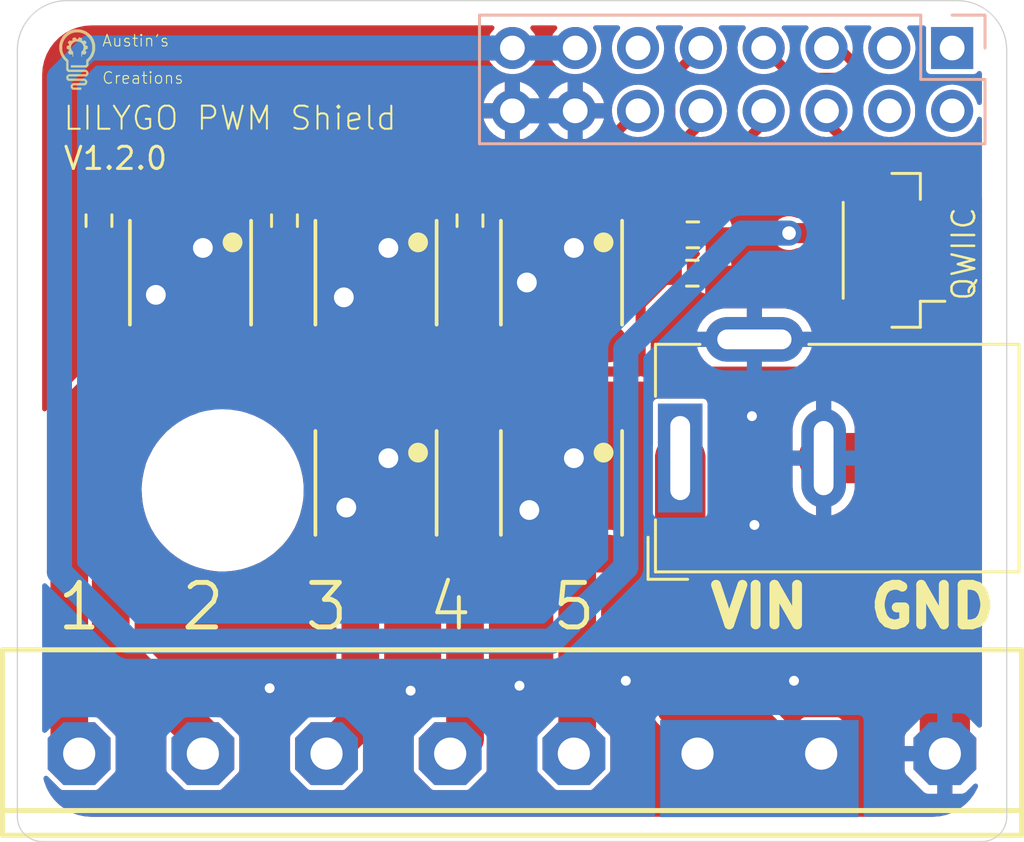
<source format=kicad_pcb>
(kicad_pcb (version 20211014) (generator pcbnew)
  (layers (0 "F.Cu" signal) (31 "B.Cu" signal) (34 "B.Paste" user) (35 "F.Paste" user) (36 "B.SilkS" user "B.Silkscreen") (37 "F.SilkS" user "F.Silkscreen") (38 "B.Mask" user) (39 "F.Mask" user) (44 "Edge.Cuts" user))
  (net 0 "")
  (net 1 "GND")
  (net 2 "SCL")
  (net 3 "SDA")
  (net 4 "VCC")
  (net 5 "1")
  (net 6 "2")
  (net 7 "3")
  (net 8 "4")
  (net 9 "5")
  (net 10 "VDD")
  (net 11 "fet1")
  (net 12 "fet2")
  (net 13 "fet3")
  (net 14 "fet4")
  (net 15 "fet5")
  (footprint "Austins creations:FET SM4838" (layer "F.Cu") (at 27.000001 31.000012 180)
    (fp_text reference "FET1" hide)
    (fp_text value "FET_SM4838" hide)
    (pad "D" smd rect locked (at 1.905 -2.86 180) (size 0.76 1.27) (layers "F.Cu" "F.Paste" "F.Mask") (net 5 "1"))
    (pad "D" smd rect locked (at -0.635 -2.86 180) (size 0.76 1.27) (layers "F.Cu" "F.Paste" "F.Mask") (net 5 "1"))
    (pad "D" smd rect locked (at 0.635 -2.86 180) (size 0.76 1.27) (layers "F.Cu" "F.Paste" "F.Mask") (net 5 "1"))
    (pad "D" smd rect locked (at -1.905 -2.86 180) (size 0.76 1.27) (layers "F.Cu" "F.Paste" "F.Mask") (net 5 "1"))
    (pad "G" smd rect locked (at 1.905 2.86 180) (size 0.76 1.27) (layers "F.Cu" "F.Paste" "F.Mask") (net 11 "fet1"))
    (pad "S" smd rect locked (at -1.905 2.86 180) (size 0.76 1.27) (layers "F.Cu" "F.Paste" "F.Mask") (net 1 "GND"))
    (pad "S" smd rect locked (at -0.635 2.86 180) (size 0.76 1.27) (layers "F.Cu" "F.Paste" "F.Mask") (net 1 "GND"))
    (pad "S" smd rect locked (at 0.635 2.86 180) (size 0.76 1.27) (layers "F.Cu" "F.Paste" "F.Mask") (net 1 "GND"))
  )
  (footprint "Austins creations:Barrel Jack" (layer "F.Cu") (at 52.398908 38.49639 90)
    (fp_text reference "BJ1" hide)
    (fp_text value "Barrel_Jack" hide)
    (pad "1" thru_hole rect locked (at 0 -5.6 90) (size 4.4 1.8) (drill oval 3.4 0.8) (layers *.Cu *.Mask) (net 10 "VDD"))
    (pad "2" thru_hole oval locked (at 0 0.2 90) (size 4 1.8) (drill oval 3 0.8) (layers *.Cu *.Mask) (net 1 "GND"))
    (pad "3" thru_hole oval locked (at 4.8 -2.6 180) (size 4 1.8) (drill oval 3 0.8) (layers *.Cu *.Mask) (net 1 "GND"))
  )
  (footprint "Resistor_SMD:R_0603_1608Metric" (layer "F.Cu") (at 47.31 29.47)
    (fp_text reference "R3" hide)
    (fp_text value "10k" hide)
    (pad "1" smd roundrect locked (at -0.825 0) (size 0.8 0.95) (layers "F.Cu" "F.Paste" "F.Mask") (net 13 "fet3"))
    (pad "2" smd roundrect locked (at 0.825 0) (size 0.8 0.95) (layers "F.Cu" "F.Paste" "F.Mask") (net 1 "GND"))
  )
  (footprint "Resistor_SMD:R_0603_1608Metric" (layer "F.Cu") (at 23.2989 28.8964 -90)
    (fp_text reference "R1" hide)
    (fp_text value "10k" hide)
    (pad "1" smd roundrect locked (at -0.825 0 270) (size 0.8 0.95) (layers "F.Cu" "F.Paste" "F.Mask") (net 11 "fet1"))
    (pad "2" smd roundrect locked (at 0.825 0 270) (size 0.8 0.95) (layers "F.Cu" "F.Paste" "F.Mask") (net 1 "GND"))
  )
  (footprint "Austins creations:FET SM4838" (layer "F.Cu") (at 41.999996 39.499995 180)
    (fp_text reference "FET5" hide)
    (fp_text value "FET_SM4838" hide)
    (pad "D" smd rect locked (at 0.635 -2.86 180) (size 0.76 1.27) (layers "F.Cu" "F.Paste" "F.Mask") (net 9 "5"))
    (pad "D" smd rect locked (at 1.905 -2.86 180) (size 0.76 1.27) (layers "F.Cu" "F.Paste" "F.Mask") (net 9 "5"))
    (pad "D" smd rect locked (at -1.905 -2.86 180) (size 0.76 1.27) (layers "F.Cu" "F.Paste" "F.Mask") (net 9 "5"))
    (pad "D" smd rect locked (at -0.635 -2.86 180) (size 0.76 1.27) (layers "F.Cu" "F.Paste" "F.Mask") (net 9 "5"))
    (pad "G" smd rect locked (at 1.905 2.86 180) (size 0.76 1.27) (layers "F.Cu" "F.Paste" "F.Mask") (net 15 "fet5"))
    (pad "S" smd rect locked (at -1.905 2.86 180) (size 0.76 1.27) (layers "F.Cu" "F.Paste" "F.Mask") (net 1 "GND"))
    (pad "S" smd rect locked (at -0.635 2.86 180) (size 0.76 1.27) (layers "F.Cu" "F.Paste" "F.Mask") (net 1 "GND"))
    (pad "S" smd rect locked (at 0.635 2.86 180) (size 0.76 1.27) (layers "F.Cu" "F.Paste" "F.Mask") (net 1 "GND"))
  )
  (footprint "Resistor_SMD:R_0603_1608Metric" (layer "F.Cu") (at 38.2989 28.8964 -90)
    (fp_text reference "R4" hide)
    (fp_text value "10k" hide)
    (pad "1" smd roundrect locked (at -0.825 0 270) (size 0.8 0.95) (layers "F.Cu" "F.Paste" "F.Mask") (net 14 "fet4"))
    (pad "2" smd roundrect locked (at 0.825 0 270) (size 0.8 0.95) (layers "F.Cu" "F.Paste" "F.Mask") (net 1 "GND"))
  )
  (footprint "Austins creations:qwiic vertical" (layer "F.Cu") (at 55.098903 30.096407 90)
    (fp_text reference "Qw1" hide)
    (fp_text value "qwiic_vertical" hide)
    (pad "1" smd roundrect locked (at -1.5 1.625 90) (size 0.6 1.55) (layers "F.Cu" "F.Paste" "F.Mask") (net 1 "GND"))
    (pad "2" smd roundrect locked (at -0.5 1.625 90) (size 0.6 1.55) (layers "F.Cu" "F.Paste" "F.Mask") (net 4 "VCC"))
    (pad "3" smd roundrect locked (at 0.5 1.625 90) (size 0.6 1.55) (layers "F.Cu" "F.Paste" "F.Mask") (net 3 "SDA"))
    (pad "4" smd roundrect locked (at 1.5 1.625 90) (size 0.6 1.55) (layers "F.Cu" "F.Paste" "F.Mask") (net 2 "SCL"))
    (pad "MP" smd roundrect locked (at 2.8 -0.9 90) (size 1.2 1.8) (layers "F.Cu" "F.Paste" "F.Mask") (roundrect_rratio 0.208333) (net 1 "GND"))
    (pad "MP" smd roundrect locked (at -2.8 -0.9 90) (size 1.2 1.8) (layers "F.Cu" "F.Paste" "F.Mask") (roundrect_rratio 0.208333) (net 1 "GND"))
  )
  (footprint "Austins creations:8pinblock" (layer "F.Cu") (at 39.998908 50.246405)
    (fp_text reference "ST1" hide)
    (fp_text value "8pinblock" hide)
    (pad "1" thru_hole roundrect locked (at -17.5 0.2) (size 2.54 2.54) (drill 1.3) (layers *.Cu *.Mask) (chamfer_ratio 0.25) (chamfer top_left top_right bottom_left bottom_right) (net 5 "1"))
    (pad "2" thru_hole roundrect locked (at -12.5 0.2) (size 2.54 2.54) (drill 1.3) (layers *.Cu *.Mask) (chamfer_ratio 0.25) (chamfer top_left top_right bottom_left bottom_right) (net 6 "2"))
    (pad "3" thru_hole roundrect locked (at -7.5 0.2) (size 2.54 2.54) (drill 1.3) (layers *.Cu *.Mask) (chamfer_ratio 0.25) (chamfer top_left top_right bottom_left bottom_right) (net 7 "3"))
    (pad "4" thru_hole roundrect locked (at -2.5 0.2) (size 2.54 2.54) (drill 1.3) (layers *.Cu *.Mask) (chamfer_ratio 0.25) (chamfer top_left top_right bottom_left bottom_right) (net 8 "4"))
    (pad "5" thru_hole roundrect locked (at 2.5 0.2) (size 2.54 2.54) (drill 1.3) (layers *.Cu *.Mask) (chamfer_ratio 0.25) (chamfer top_left top_right bottom_left bottom_right) (net 9 "5"))
    (pad "6" thru_hole roundrect locked (at 7.5 0.2) (size 2.54 2.54) (drill 1.3) (layers *.Cu *.Mask) (chamfer_ratio 0.25) (chamfer top_left top_right bottom_left bottom_right) (net 10 "VDD"))
    (pad "7" thru_hole roundrect locked (at 12.5 0.2) (size 2.54 2.54) (drill 1.3) (layers *.Cu *.Mask) (chamfer_ratio 0.25) (chamfer top_left top_right bottom_left bottom_right) (net 10 "VDD"))
    (pad "8" thru_hole roundrect locked (at 17.5 0.2) (size 2.54 2.54) (drill 1.3) (layers *.Cu *.Mask) (chamfer_ratio 0.25) (chamfer top_left top_right bottom_left bottom_right) (net 1 "GND"))
  )
  (footprint "MountingHole:MountingHole_3.2mm_M3" (layer "F.Cu") (at 28.299994 39.799997)
    (fp_text reference "H1" hide)
    (fp_text value "MountingHole" hide)
    (pad "" np_thru_hole circle locked (at 0 0) (size 3.2 3.2) (drill 3.2) (layers *.Cu *.Mask))
  )
  (footprint "Austins creations:FET SM4838" (layer "F.Cu") (at 34.500011 31.000012 180)
    (fp_text reference "FET2" hide)
    (fp_text value "FET_SM4838" hide)
    (pad "D" smd rect locked (at 0.635 -2.86 180) (size 0.76 1.27) (layers "F.Cu" "F.Paste" "F.Mask") (net 6 "2"))
    (pad "D" smd rect locked (at -1.905 -2.86 180) (size 0.76 1.27) (layers "F.Cu" "F.Paste" "F.Mask") (net 6 "2"))
    (pad "D" smd rect locked (at 1.905 -2.86 180) (size 0.76 1.27) (layers "F.Cu" "F.Paste" "F.Mask") (net 6 "2"))
    (pad "D" smd rect locked (at -0.635 -2.86 180) (size 0.76 1.27) (layers "F.Cu" "F.Paste" "F.Mask") (net 6 "2"))
    (pad "G" smd rect locked (at 1.905 2.86 180) (size 0.76 1.27) (layers "F.Cu" "F.Paste" "F.Mask") (net 12 "fet2"))
    (pad "S" smd rect locked (at 0.635 2.86 180) (size 0.76 1.27) (layers "F.Cu" "F.Paste" "F.Mask") (net 1 "GND"))
    (pad "S" smd rect locked (at -1.905 2.86 180) (size 0.76 1.27) (layers "F.Cu" "F.Paste" "F.Mask") (net 1 "GND"))
    (pad "S" smd rect locked (at -0.635 2.86 180) (size 0.76 1.27) (layers "F.Cu" "F.Paste" "F.Mask") (net 1 "GND"))
  )
  (footprint "Austins creations:FET SM4838" (layer "F.Cu") (at 41.999996 31.000012 180)
    (fp_text reference "FET4" hide)
    (fp_text value "FET_SM4838" hide)
    (pad "D" smd rect locked (at 0.635 -2.86 180) (size 0.76 1.27) (layers "F.Cu" "F.Paste" "F.Mask") (net 8 "4"))
    (pad "D" smd rect locked (at -0.635 -2.86 180) (size 0.76 1.27) (layers "F.Cu" "F.Paste" "F.Mask") (net 8 "4"))
    (pad "D" smd rect locked (at 1.905 -2.86 180) (size 0.76 1.27) (layers "F.Cu" "F.Paste" "F.Mask") (net 8 "4"))
    (pad "D" smd rect locked (at -1.905 -2.86 180) (size 0.76 1.27) (layers "F.Cu" "F.Paste" "F.Mask") (net 8 "4"))
    (pad "G" smd rect locked (at 1.905 2.86 180) (size 0.76 1.27) (layers "F.Cu" "F.Paste" "F.Mask") (net 14 "fet4"))
    (pad "S" smd rect locked (at -1.905 2.86 180) (size 0.76 1.27) (layers "F.Cu" "F.Paste" "F.Mask") (net 1 "GND"))
    (pad "S" smd rect locked (at -0.635 2.86 180) (size 0.76 1.27) (layers "F.Cu" "F.Paste" "F.Mask") (net 1 "GND"))
    (pad "S" smd rect locked (at 0.635 2.86 180) (size 0.76 1.27) (layers "F.Cu" "F.Paste" "F.Mask") (net 1 "GND"))
  )
  (footprint "Resistor_SMD:R_0603_1608Metric" (layer "F.Cu") (at 47.29 31.02)
    (fp_text reference "R5" hide)
    (fp_text value "10k" hide)
    (pad "1" smd roundrect locked (at -0.825 0) (size 0.8 0.95) (layers "F.Cu" "F.Paste" "F.Mask") (net 15 "fet5"))
    (pad "2" smd roundrect locked (at 0.825 0) (size 0.8 0.95) (layers "F.Cu" "F.Paste" "F.Mask") (net 1 "GND"))
  )
  (footprint "PWM sheild lilyGO:LOGO" (layer "F.Cu") (at 21.7 23.6)
    (fp_text reference "U$2" hide)
    (fp_text value "LOGO" hide)
    (fp_text user "Austin's\n\nCreations" (at 1.7 -0.2) (layer "F.SilkS") (effects (font (size 0.46736 0.46736) (thickness 0.04064)) (justify left bottom)))
  )
  (footprint "Austins creations:FET SM4838" (layer "F.Cu") (at 34.500011 39.499995 180)
    (fp_text reference "FET3" hide)
    (fp_text value "FET_SM4838" hide)
    (pad "D" smd rect locked (at 1.905 -2.86 180) (size 0.76 1.27) (layers "F.Cu" "F.Paste" "F.Mask") (net 7 "3"))
    (pad "D" smd rect locked (at 0.635 -2.86 180) (size 0.76 1.27) (layers "F.Cu" "F.Paste" "F.Mask") (net 7 "3"))
    (pad "D" smd rect locked (at -1.905 -2.86 180) (size 0.76 1.27) (layers "F.Cu" "F.Paste" "F.Mask") (net 7 "3"))
    (pad "D" smd rect locked (at -0.635 -2.86 180) (size 0.76 1.27) (layers "F.Cu" "F.Paste" "F.Mask") (net 7 "3"))
    (pad "G" smd rect locked (at 1.905 2.86 180) (size 0.76 1.27) (layers "F.Cu" "F.Paste" "F.Mask") (net 13 "fet3"))
    (pad "S" smd rect locked (at -0.635 2.86 180) (size 0.76 1.27) (layers "F.Cu" "F.Paste" "F.Mask") (net 1 "GND"))
    (pad "S" smd rect locked (at 0.635 2.86 180) (size 0.76 1.27) (layers "F.Cu" "F.Paste" "F.Mask") (net 1 "GND"))
    (pad "S" smd rect locked (at -1.905 2.86 180) (size 0.76 1.27) (layers "F.Cu" "F.Paste" "F.Mask") (net 1 "GND"))
  )
  (footprint "Resistor_SMD:R_0603_1608Metric" (layer "F.Cu") (at 30.7989 28.8964 -90)
    (fp_text reference "R2" hide)
    (fp_text value "10k" hide)
    (pad "1" smd roundrect locked (at -0.825 0 270) (size 0.8 0.95) (layers "F.Cu" "F.Paste" "F.Mask") (net 12 "fet2"))
    (pad "2" smd roundrect locked (at 0.825 0 270) (size 0.8 0.95) (layers "F.Cu" "F.Paste" "F.Mask") (net 1 "GND"))
  )
  (footprint "Connector_PinSocket_2.54mm:PinSocket_2x08_P2.54mm_Vertical" (layer "B.Cu") (at 57.7939 21.9164 90)
    (fp_text reference "J1" hide)
    (fp_text value "Conn_02x08_Odd_Even" hide)
    (pad "1" thru_hole rect locked (at 0 0 90) (size 1.7 1.7) (drill 1) (layers *.Cu *.Mask))
    (pad "2" thru_hole oval locked (at -2.54 0 90) (size 1.7 1.7) (drill 1) (layers *.Cu *.Mask))
    (pad "3" thru_hole oval locked (at 0 -2.54 90) (size 1.7 1.7) (drill 1) (layers *.Cu *.Mask))
    (pad "4" thru_hole oval locked (at -2.54 -2.54 90) (size 1.7 1.7) (drill 1) (layers *.Cu *.Mask))
    (pad "5" thru_hole oval locked (at 0 -5.08 90) (size 1.7 1.7) (drill 1) (layers *.Cu *.Mask) (net 15 "fet5"))
    (pad "6" thru_hole oval locked (at -2.54 -5.08 90) (size 1.7 1.7) (drill 1) (layers *.Cu *.Mask) (net 2 "SCL"))
    (pad "7" thru_hole oval locked (at 0 -7.62 90) (size 1.7 1.7) (drill 1) (layers *.Cu *.Mask) (net 3 "SDA"))
    (pad "8" thru_hole oval locked (at -2.54 -7.62 90) (size 1.7 1.7) (drill 1) (layers *.Cu *.Mask) (net 13 "fet3"))
    (pad "9" thru_hole oval locked (at 0 -10.16 90) (size 1.7 1.7) (drill 1) (layers *.Cu *.Mask) (net 12 "fet2"))
    (pad "10" thru_hole oval locked (at -2.54 -10.16 90) (size 1.7 1.7) (drill 1) (layers *.Cu *.Mask) (net 14 "fet4"))
    (pad "11" thru_hole oval locked (at 0 -12.7 90) (size 1.7 1.7) (drill 1) (layers *.Cu *.Mask))
    (pad "12" thru_hole oval locked (at -2.54 -12.7 90) (size 1.7 1.7) (drill 1) (layers *.Cu *.Mask) (net 11 "fet1"))
    (pad "13" thru_hole oval locked (at 0 -15.24 90) (size 1.7 1.7) (drill 1) (layers *.Cu *.Mask) (net 4 "VCC"))
    (pad "14" thru_hole oval locked (at -2.54 -15.24 90) (size 1.7 1.7) (drill 1) (layers *.Cu *.Mask) (net 1 "GND"))
    (pad "15" thru_hole oval locked (at 0 -17.78 90) (size 1.7 1.7) (drill 1) (layers *.Cu *.Mask) (net 4 "VCC"))
    (pad "16" thru_hole oval locked (at -2.54 -17.78 90) (size 1.7 1.7) (drill 1) (layers *.Cu *.Mask) (net 1 "GND"))
  )
  (gr_line (start 20 22) (end 20 53) (layer "Edge.Cuts") (width 0.05))
  (gr_line (start 58 20) (end 22 20) (layer "Edge.Cuts") (width 0.05))
  (gr_arc (start 21 54) (mid 20.292893 53.707107) (end 20 53) (layer "Edge.Cuts") (width 0.05))
  (gr_line (start 60 53) (end 60 22) (layer "Edge.Cuts") (width 0.05))
  (gr_arc (start 60 53) (mid 59.707107 53.707107) (end 59 54) (layer "Edge.Cuts") (width 0.05))
  (gr_arc (start 20 22) (mid 20.585786 20.585786) (end 22 20) (layer "Edge.Cuts") (width 0.05))
  (gr_arc (start 58 20) (mid 59.414214 20.585786) (end 60 22) (layer "Edge.Cuts") (width 0.05))
  (gr_line (start 21 54) (end 59 54) (layer "Edge.Cuts") (width 0.05))
  (gr_text "4" (at 37.5 44.5) (layer "F.SilkS") (effects (font (size 1.84 1.84) (thickness 0.16))))
  (gr_text "LILYGO PWM Shield" (at 21.8 25.3) (layer "F.SilkS") (effects (font (size 0.93472 0.93472) (thickness 0.08128)) (justify left bottom)))
  (gr_text "VIN" (at 50 44.5) (layer "F.SilkS") (effects (font (size 1.6 1.6) (thickness 0.4))))
  (gr_text "V1.2.0" (at 21.800011 26.899995) (layer "F.SilkS") (effects (font (size 0.89408 0.89408) (thickness 0.12192)) (justify left bottom)))
  (gr_text "3" (at 32.5 44.5) (layer "F.SilkS") (effects (font (size 1.8 1.8) (thickness 0.2))))
  (gr_text "2" (at 27.5 44.5) (layer "F.SilkS") (effects (font (size 1.8 1.8) (thickness 0.2))))
  (gr_text "GND" (at 57 44.5) (layer "F.SilkS") (effects (font (size 1.6 1.6) (thickness 0.4))))
  (gr_text "QWIIC" (at 58.8 32.2 90) (layer "F.SilkS") (effects (font (size 0.9144 0.9144) (thickness 0.1016)) (justify left bottom)))
  (gr_text "5" (at 42.5 44.5) (layer "F.SilkS") (effects (font (size 1.8 1.8) (thickness 0.2))))
  (gr_text "1" (at 22.5 44.5) (layer "F.SilkS") (effects (font (size 1.8 1.8) (thickness 0.2))))
  (segment (start 57.498908 41.098908) (end 57.498908 50.446405) (width 2.032) (layer "F.Cu") (net 1))
  (segment (start 54.89639 38.49639) (end 57.498908 41.098908) (width 2.032) (layer "F.Cu") (net 1))
  (segment (start 52.598908 38.49639) (end 54.89639 38.49639) (width 2.032) (layer "F.Cu") (net 1))
  (via (at 35 30) (size 1.2064) (drill 0.8) (layers "F.Cu" "B.Cu") (net 1))
  (via (at 49.8 41.2) (size 0.8) (drill 0.4) (layers "F.Cu" "B.Cu") (net 1))
  (via (at 44.6 47.5) (size 0.8) (drill 0.4) (layers "F.Cu" "B.Cu") (net 1))
  (via (at 40.3 47.7) (size 0.8) (drill 0.4) (layers "F.Cu" "B.Cu") (net 1))
  (via (at 30.2 47.8) (size 0.8) (drill 0.4) (layers "F.Cu" "B.Cu") (net 1))
  (via (at 49.7 36.8) (size 0.8) (drill 0.4) (layers "F.Cu" "B.Cu") (net 1))
  (via (at 40.6989 40.5964) (size 1.2064) (drill 0.8) (layers "F.Cu" "B.Cu") (net 1))
  (via (at 42.5 38.5) (size 1.2064) (drill 0.8) (layers "F.Cu" "B.Cu") (net 1))
  (via (at 35 38.5) (size 1.2064) (drill 0.8) (layers "F.Cu" "B.Cu") (net 1))
  (via (at 27.5 30) (size 1.2064) (drill 0.8) (layers "F.Cu" "B.Cu") (net 1))
  (via (at 33.2989 40.4964) (size 1.2064) (drill 0.8) (layers "F.Cu" "B.Cu") (net 1))
  (via (at 40.5989 31.3964) (size 1.2064) (drill 0.8) (layers "F.Cu" "B.Cu") (net 1))
  (via (at 25.5989 31.8964) (size 1.2064) (drill 0.8) (layers "F.Cu" "B.Cu") (net 1))
  (via (at 42.5 30) (size 1.2064) (drill 0.8) (layers "F.Cu" "B.Cu") (net 1))
  (via (at 51.4 47.5) (size 0.8) (drill 0.4) (layers "F.Cu" "B.Cu") (net 1))
  (via (at 35.9 47.9) (size 0.8) (drill 0.4) (layers "F.Cu" "B.Cu") (net 1))
  (via (at 33.1989 31.9964) (size 1.2064) (drill 0.8) (layers "F.Cu" "B.Cu") (net 1))
  (segment (start 40.0139 24.4564) (end 42.5539 24.4564) (width 1.016) (layer "B.Cu") (net 1))
  (segment (start 54.1 26.3) (end 52.7139 24.9139) (width 0.4064) (layer "F.Cu") (net 2))
  (segment (start 52.7139 24.9139) (end 52.7139 24.4564) (width 0.4064) (layer "F.Cu") (net 2))
  (segment (start 56.723903 27.523903) (end 55.5 26.3) (width 0.4064) (layer "F.Cu") (net 2))
  (segment (start 55.5 26.3) (end 54.1 26.3) (width 0.4064) (layer "F.Cu") (net 2))
  (segment (start 56.723903 28.596407) (end 56.723903 27.523903) (width 0.4064) (layer "F.Cu") (net 2))
  (segment (start 54.44168 25.74168) (end 55.74168 25.74168) (width 0.4064) (layer "F.Cu") (net 3))
  (segment (start 57.9 27.9) (end 57.9 29.103593) (width 0.4064) (layer "F.Cu") (net 3))
  (segment (start 55.74168 25.74168) (end 57.9 27.9) (width 0.4064) (layer "F.Cu") (net 3))
  (segment (start 51.379011 23.121511) (end 53.221511 23.121511) (width 0.4064) (layer "F.Cu") (net 3))
  (segment (start 57.9 29.103593) (end 57.407186 29.596407) (width 0.4064) (layer "F.Cu") (net 3))
  (segment (start 57.407186 29.596407) (end 56.723903 29.596407) (width 0.4064) (layer "F.Cu") (net 3))
  (segment (start 53.221511 23.121511) (end 54 23.9) (width 0.4064) (layer "F.Cu") (net 3))
  (segment (start 54 23.9) (end 54 25.3) (width 0.4064) (layer "F.Cu") (net 3))
  (segment (start 54 25.3) (end 54.44168 25.74168) (width 0.4064) (layer "F.Cu") (net 3))
  (segment (start 50.1739 21.9164) (end 51.379011 23.121511) (width 0.4064) (layer "F.Cu") (net 3))
  (segment (start 53.75 30.6) (end 56.7 30.6) (width 0.8128) (layer "F.Cu") (net 4))
  (segment (start 51.2 29.4) (end 52.55 29.4) (width 0.8128) (layer "F.Cu") (net 4))
  (segment (start 52.55 29.4) (end 53.75 30.6) (width 0.8128) (layer "F.Cu") (net 4))
  (via (at 51.2 29.4) (size 0.9564) (drill 0.55) (layers "F.Cu" "B.Cu") (net 4))
  (segment (start 21.7 23.1) (end 22.8836 21.9164) (width 1.016) (layer "B.Cu") (net 4))
  (segment (start 40.0139 21.9164) (end 42.5539 21.9164) (width 1.016) (layer "B.Cu") (net 4))
  (segment (start 24.5 45.9) (end 21.7 43.1) (width 1.016) (layer "B.Cu") (net 4))
  (segment (start 21.7 43.1) (end 21.7 23.1) (width 1.016) (layer "B.Cu") (net 4))
  (segment (start 51.2 29.4) (end 49.3 29.4) (width 1.016) (layer "B.Cu") (net 4))
  (segment (start 41.6 45.9) (end 24.5 45.9) (width 1.016) (layer "B.Cu") (net 4))
  (segment (start 49.3 29.4) (end 44.6 34.1) (width 1.016) (layer "B.Cu") (net 4))
  (segment (start 44.6 42.9) (end 41.6 45.9) (width 1.016) (layer "B.Cu") (net 4))
  (segment (start 22.8836 21.9164) (end 40.0139 21.9164) (width 1.016) (layer "B.Cu") (net 4))
  (segment (start 44.6 34.1) (end 44.6 42.9) (width 1.016) (layer "B.Cu") (net 4))
  (segment (start 26.365001 33.860012) (end 25.095001 33.860012) (width 1.524) (layer "F.Cu") (net 5))
  (segment (start 25.095001 33.860012) (end 25.095001 33.900299) (width 1.524) (layer "F.Cu") (net 5))
  (segment (start 22.0989 50.046397) (end 22.498908 50.446405) (width 1.524) (layer "F.Cu") (net 5))
  (segment (start 22.0989 36.8964) (end 22.0989 50.046397) (width 1.524) (layer "F.Cu") (net 5))
  (segment (start 28.905001 33.860012) (end 27.635001 33.860012) (width 1.524) (layer "F.Cu") (net 5))
  (segment (start 25.095001 33.900299) (end 22.0989 36.8964) (width 1.524) (layer "F.Cu") (net 5))
  (segment (start 27.635001 33.860012) (end 26.365001 33.860012) (width 1.524) (layer "F.Cu") (net 5))
  (segment (start 36.405011 33.860012) (end 35.135011 33.860012) (width 1.524) (layer "F.Cu") (net 6))
  (segment (start 27.498908 49.796408) (end 27.498908 50.446405) (width 1.524) (layer "F.Cu") (net 6))
  (segment (start 30.919091 35.535932) (end 25.829476 35.535932) (width 1.524) (layer "F.Cu") (net 6))
  (segment (start 32.595011 33.860012) (end 30.919091 35.535932) (width 1.524) (layer "F.Cu") (net 6))
  (segment (start 25.829476 35.535932) (end 23.77482 37.590588) (width 1.524) (layer "F.Cu") (net 6))
  (segment (start 35.135011 33.860012) (end 33.865011 33.860012) (width 1.524) (layer "F.Cu") (net 6))
  (segment (start 23.77482 46.07232) (end 27.498908 49.796408) (width 1.524) (layer "F.Cu") (net 6))
  (segment (start 33.865011 33.860012) (end 32.595011 33.860012) (width 1.524) (layer "F.Cu") (net 6))
  (segment (start 23.77482 37.590588) (end 23.77482 46.07232) (width 1.524) (layer "F.Cu") (net 6))
  (segment (start 32.595011 42.359995) (end 33.865011 42.359995) (width 1.524) (layer "F.Cu") (net 7))
  (segment (start 35.135011 42.359995) (end 36.405011 42.359995) (width 1.524) (layer "F.Cu") (net 7))
  (segment (start 33.865011 42.359995) (end 33.865011 49.080302) (width 1.524) (layer "F.Cu") (net 7))
  (segment (start 33.865011 42.359995) (end 35.135011 42.359995) (width 1.524) (layer "F.Cu") (net 7))
  (segment (start 33.865011 49.080302) (end 32.498908 50.446405) (width 1.524) (layer "F.Cu") (net 7))
  (segment (start 38.0989 49.846413) (end 37.498908 50.446405) (width 1.524) (layer "F.Cu") (net 8))
  (segment (start 38.0989 35.7964) (end 38.0989 49.846413) (width 1.524) (layer "F.Cu") (net 8))
  (segment (start 41.364996 33.860012) (end 42.634996 33.860012) (width 1.524) (layer "F.Cu") (net 8))
  (segment (start 40.094996 33.860012) (end 41.364996 33.860012) (width 1.524) (layer "F.Cu") (net 8))
  (segment (start 40.094996 33.860012) (end 40.035288 33.860012) (width 1.524) (layer "F.Cu") (net 8))
  (segment (start 42.634996 33.860012) (end 43.904996 33.860012) (width 1.524) (layer "F.Cu") (net 8))
  (segment (start 40.035288 33.860012) (end 38.0989 35.7964) (width 1.524) (layer "F.Cu") (net 8))
  (segment (start 42.634996 42.359995) (end 43.904996 42.359995) (width 1.524) (layer "F.Cu") (net 9))
  (segment (start 40.094996 42.359995) (end 41.364996 42.359995) (width 1.524) (layer "F.Cu") (net 9))
  (segment (start 42.634996 50.310317) (end 42.498908 50.446405) (width 1.524) (layer "F.Cu") (net 9))
  (segment (start 42.634996 42.359995) (end 42.634996 50.310317) (width 1.524) (layer "F.Cu") (net 9))
  (segment (start 42.635 50.415) (end 42.55 50.5) (width 1.524) (layer "F.Cu") (net 9))
  (segment (start 41.364996 42.359995) (end 42.634996 42.359995) (width 1.524) (layer "F.Cu") (net 9))
  (segment (start 50.646405 50.446405) (end 52.498908 50.446405) (width 2.032) (layer "F.Cu") (net 10))
  (segment (start 46.8 38.497482) (end 46.798908 38.49639) (width 2.032) (layer "F.Cu") (net 10))
  (segment (start 46.8 48.401092) (end 46.8 38.497482) (width 2.032) (layer "F.Cu") (net 10))
  (segment (start 47.498908 50.446405) (end 52.498908 50.446405) (width 2.032) (layer "F.Cu") (net 10))
  (segment (start 46.798908 38.49639) (end 46.798908 46.598908) (width 2.032) (layer "F.Cu") (net 10))
  (segment (start 47.498908 49.1) (end 47.498908 50.446405) (width 2.032) (layer "F.Cu") (net 10))
  (segment (start 47.498908 49.1) (end 46.8 48.401092) (width 2.032) (layer "F.Cu") (net 10))
  (segment (start 46.798908 46.598908) (end 50.646405 50.446405) (width 2.032) (layer "F.Cu") (net 10))
  (segment (start 43.7539 25.7964) (end 45.0939 24.4564) (width 0.4064) (layer "F.Cu") (net 11))
  (segment (start 25.095001 26.900299) (end 26.1989 25.7964) (width 0.4064) (layer "F.Cu") (net 11))
  (segment (start 25.095001 28.140012) (end 25.095001 26.900299) (width 0.4064) (layer "F.Cu") (net 11))
  (segment (start 25.026389 28.0714) (end 25.095001 28.140012) (width 0.4064) (layer "F.Cu") (net 11))
  (segment (start 26.1989 25.7964) (end 43.7539 25.7964) (width 0.4064) (layer "F.Cu") (net 11))
  (segment (start 23.2989 28.0714) (end 25.026389 28.0714) (width 0.4064) (layer "F.Cu") (net 11))
  (segment (start 45.05722 26.43808) (end 46.3989 25.0964) (width 0.4064) (layer "F.Cu") (net 12))
  (segment (start 32.595011 27.404989) (end 33.56192 26.43808) (width 0.4064) (layer "F.Cu") (net 12))
  (segment (start 32.526399 28.0714) (end 32.595011 28.140012) (width 0.4064) (layer "F.Cu") (net 12))
  (segment (start 32.595011 28.140012) (end 32.595011 27.404989) (width 0.4064) (layer "F.Cu") (net 12))
  (segment (start 30.7989 28.0714) (end 32.526399 28.0714) (width 0.4064) (layer "F.Cu") (net 12))
  (segment (start 46.3989 25.0964) (end 46.3989 23.1514) (width 0.4064) (layer "F.Cu") (net 12))
  (segment (start 33.56192 26.43808) (end 45.05722 26.43808) (width 0.4064) (layer "F.Cu") (net 12))
  (segment (start 46.3989 23.1514) (end 47.6339 21.9164) (width 0.4064) (layer "F.Cu") (net 12))
  (segment (start 32.595011 35.900289) (end 33.3989 35.0964) (width 0.4064) (layer "F.Cu") (net 13))
  (segment (start 32.595011 36.639995) (end 32.595011 35.900289) (width 0.4064) (layer "F.Cu") (net 13))
  (segment (start 46.4739 28.6461) (end 50.1739 24.9461) (width 0.4064) (layer "F.Cu") (net 13))
  (segment (start 33.3989 35.0964) (end 37.0989 35.0964) (width 0.4064) (layer "F.Cu") (net 13))
  (segment (start 43.4586 32.4964) (end 46.4739 29.4811) (width 0.4064) (layer "F.Cu") (net 13))
  (segment (start 39.6989 32.4964) (end 43.4586 32.4964) (width 0.4064) (layer "F.Cu") (net 13))
  (segment (start 46.4739 29.4811) (end 46.4739 28.6461) (width 0.4064) (layer "F.Cu") (net 13))
  (segment (start 37.0989 35.0964) (end 39.6989 32.4964) (width 0.4064) (layer "F.Cu") (net 13))
  (segment (start 50.1739 24.9461) (end 50.1739 24.4564) (width 0.4064) (layer "F.Cu") (net 13))
  (segment (start 40.5989 26.9964) (end 45.5989 26.9964) (width 0.4064) (layer "F.Cu") (net 14))
  (segment (start 40.094996 28.140012) (end 40.094996 27.500304) (width 0.4064) (layer "F.Cu") (net 14))
  (segment (start 45.5989 26.9964) (end 47.6339 24.9614) (width 0.4064) (layer "F.Cu") (net 14))
  (segment (start 40.094996 27.500304) (end 40.5989 26.9964) (width 0.4064) (layer "F.Cu") (net 14))
  (segment (start 47.6339 24.9614) (end 47.6339 24.4564) (width 0.4064) (layer "F.Cu") (net 14))
  (segment (start 38.2989 28.0714) (end 40.026384 28.0714) (width 0.4064) (layer "F.Cu") (net 14))
  (segment (start 40.026384 28.0714) (end 40.094996 28.140012) (width 0.4064) (layer "F.Cu") (net 14))
  (segment (start 40.094996 36.639995) (end 40.094996 35.900304) (width 0.4064) (layer "F.Cu") (net 15))
  (segment (start 54.5 23.2) (end 53.2164 21.9164) (width 0.4064) (layer "F.Cu") (net 15))
  (segment (start 58.8 28.010416) (end 56.5 25.710416) (width 0.4064) (layer "F.Cu") (net 15))
  (segment (start 45.3 35) (end 57.6953 35) (width 0.4064) (layer "F.Cu") (net 15))
  (segment (start 53.2164 21.9164) (end 52.7139 21.9164) (width 0.4064) (layer "F.Cu") (net 15))
  (segment (start 56.5 25.710416) (end 56.5 23.7) (width 0.4064) (layer "F.Cu") (net 15))
  (segment (start 40.094996 35.900304) (end 40.9989 34.9964) (width 0.4064) (layer "F.Cu") (net 15))
  (segment (start 58.8 33.8953) (end 58.8 28.010416) (width 0.4064) (layer "F.Cu") (net 15))
  (segment (start 40.9989 34.9964) (end 45.1036 34.9964) (width 0.4064) (layer "F.Cu") (net 15))
  (segment (start 57.6953 35) (end 58.8 33.8953) (width 0.4064) (layer "F.Cu") (net 15))
  (segment (start 56.5 23.7) (end 56 23.2) (width 0.4064) (layer "F.Cu") (net 15))
  (segment (start 45.2 34.9) (end 45.2 32.285) (width 0.4064) (layer "F.Cu") (net 15))
  (segment (start 45.1036 34.9964) (end 45.2 34.9) (width 0.4064) (layer "F.Cu") (net 15))
  (segment (start 45.2 32.285) (end 46.465 31.02) (width 0.4064) (layer "F.Cu") (net 15))
  (segment (start 56 23.2) (end 54.5 23.2) (width 0.4064) (layer "F.Cu") (net 15))
  (segment (start 45.2 34.9) (end 45.3 35) (width 0.4064) (layer "F.Cu") (net 15))
  (zone (net 1) (net_name "GND") (layers F&B.Cu) (connect_pads (clearance 0.2032)) (min_thickness 0.2032) (fill yes (thermal_gap 0.3556) (thermal_bridge_width 0.6096) (smoothing fillet) (radius 2))
    (polygon (pts (xy 59 53) (xy 21 53) (xy 21 21) (xy 59 21)))
  )
  (zone (net 0) (net_name "") (layers F&B.Cu) (connect_pads (clearance 0)) (min_thickness 0.2032)
    (keepout (tracks not_allowed) (vias not_allowed) (pads not_allowed) (copperpour not_allowed) (footprints allowed))
    (fill (thermal_gap 0.3556) (thermal_bridge_width 0.6096))
    (polygon (pts (xy 28.63 36.54) (xy 29.01 36.6) (xy 29.24 36.66) (xy 29.56 36.77) (xy 29.94 36.96) (xy 30.22 37.14) (xy 30.44 37.31) (xy 30.78 37.64) (xy 30.97 37.89) (xy 31.17 38.2) (xy 31.27 38.41) (xy 31.38 38.67) (xy 31.47 38.97) (xy 31.54 39.28) (xy 31.58 39.66) (xy 31.57 39.98) (xy 31.56 40.18) (xy 31.5 40.5) (xy 31.43 40.77) (xy 31.35 41) (xy 31.23 41.28) (xy 31.09 41.53) (xy 30.94 41.75) (xy 30.73 42.01) (xy 30.39 42.33) (xy 30.23 42.45) (xy 30.01 42.6) (xy 29.8 42.72) (xy 29.53 42.84) (xy 29.28 42.93) (xy 29.07 42.99) (xy 28.87 43.03) (xy 28.67 43.06) (xy 28.43 43.08) (xy 28.13 43.08) (xy 27.93 43.06) (xy 27.68 43.02) (xy 27.44 42.96) (xy 27.23 42.9) (xy 27 42.81) (xy 26.72 42.68) (xy 26.44 42.5) (xy 26.18 42.3) (xy 25.94 42.07) (xy 25.77 41.88) (xy 25.66 41.74) (xy 25.56 41.6) (xy 25.49 41.48) (xy 25.41 41.35) (xy 25.33 41.18) (xy 25.27 41.05) (xy 25.2 40.86) (xy 25.16 40.73) (xy 25.11 40.54) (xy 25.07 40.34) (xy 25.04 40.08) (xy 25.02 39.77) (xy 25.03 39.57) (xy 25.06 39.31) (xy 25.12 39.01) (xy 25.2 38.71) (xy 25.3 38.47) (xy 25.49 38.11) (xy 25.62 37.91) (xy 25.8 37.68) (xy 26.04 37.42) (xy 26.28 37.22) (xy 26.48 37.07) (xy 26.73 36.92) (xy 26.99 36.79) (xy 27.34 36.66) (xy 27.61 36.59) (xy 27.95 36.54) (xy 28.27 36.52)))
  )
  (zone (net 10) (net_name "VDD") (layer "B.Cu") (priority 6) (connect_pads yes (clearance 0.000001)) (min_thickness 0.0254) (fill yes (thermal_gap 0.508) (thermal_bridge_width 0.508))
    (polygon (pts (xy 54.0127 53.0127) (xy 45.9873 53.0127) (xy 45.9873 49.0873) (xy 54.0127 49.0873)))
  )
)
</source>
